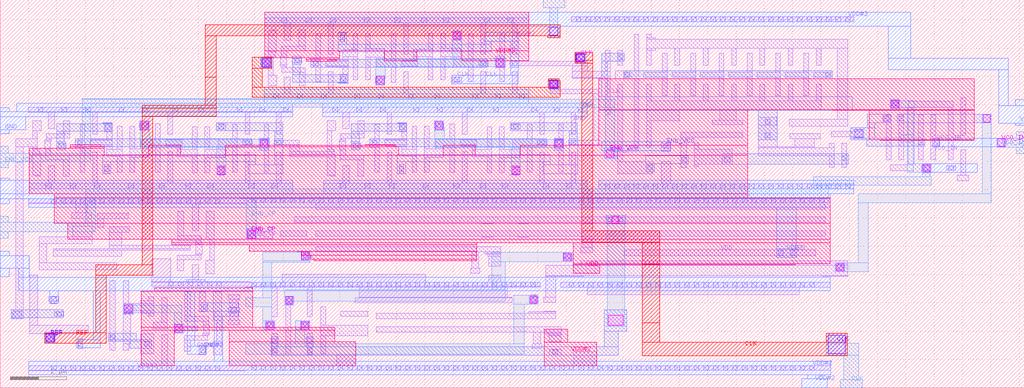
<source format=lef>
VERSION 5.7 ;
  NOWIREEXTENSIONATPIN ON ;
  DIVIDERCHAR "/" ;
  BUSBITCHARS "[]" ;
MACRO PLL
  CLASS CORE ;
  FOREIGN PLL ;
  ORIGIN 0.000 0.000 ;
  SIZE 36.180 BY 13.710 ;
  SITE unithddb1 ;
  PIN GND
    DIRECTION INOUT ;
    USE GROUND ;
    PORT
      LAYER li1 ;
        RECT 10.030 10.380 10.250 10.970 ;
        RECT 11.590 10.380 11.760 11.170 ;
        RECT 14.250 10.380 14.420 11.160 ;
        RECT 16.980 10.380 17.150 11.170 ;
        RECT 18.090 10.380 18.260 11.170 ;
        RECT 9.320 10.210 18.670 10.380 ;
        RECT 0.990 9.740 10.340 9.910 ;
        RECT 11.400 9.740 20.750 9.910 ;
        RECT 1.700 9.150 1.920 9.740 ;
        RECT 3.260 8.950 3.430 9.740 ;
        RECT 5.920 8.960 6.090 9.740 ;
        RECT 8.650 8.950 8.820 9.740 ;
        RECT 9.760 8.950 9.930 9.740 ;
        RECT 12.110 9.150 12.330 9.740 ;
        RECT 13.670 8.950 13.840 9.740 ;
        RECT 16.330 8.960 16.500 9.740 ;
        RECT 19.060 8.950 19.230 9.740 ;
        RECT 20.170 8.950 20.340 9.740 ;
      LAYER mcon ;
        RECT 9.670 10.210 9.840 10.380 ;
        RECT 10.510 10.210 10.680 10.380 ;
        RECT 11.350 10.210 11.520 10.380 ;
        RECT 12.530 10.210 12.700 10.380 ;
        RECT 13.370 10.210 13.540 10.380 ;
        RECT 14.430 10.210 14.600 10.380 ;
        RECT 15.350 10.210 15.520 10.380 ;
        RECT 16.700 10.210 16.870 10.380 ;
        RECT 17.500 10.210 17.670 10.380 ;
        RECT 18.340 10.210 18.510 10.380 ;
        RECT 1.340 9.740 1.510 9.910 ;
        RECT 2.180 9.740 2.350 9.910 ;
        RECT 3.020 9.740 3.190 9.910 ;
        RECT 4.200 9.740 4.370 9.910 ;
        RECT 5.040 9.740 5.210 9.910 ;
        RECT 6.100 9.740 6.270 9.910 ;
        RECT 7.020 9.740 7.190 9.910 ;
        RECT 8.370 9.740 8.540 9.910 ;
        RECT 9.170 9.740 9.340 9.910 ;
        RECT 10.010 9.740 10.180 9.910 ;
        RECT 11.750 9.740 11.920 9.910 ;
        RECT 12.590 9.740 12.760 9.910 ;
        RECT 13.430 9.740 13.600 9.910 ;
        RECT 14.610 9.740 14.780 9.910 ;
        RECT 15.450 9.740 15.620 9.910 ;
        RECT 16.510 9.740 16.680 9.910 ;
        RECT 17.430 9.740 17.600 9.910 ;
        RECT 18.780 9.740 18.950 9.910 ;
        RECT 19.580 9.740 19.750 9.910 ;
        RECT 20.420 9.740 20.590 9.910 ;
      LAYER met1 ;
        RECT 9.320 10.060 18.670 10.540 ;
        RECT 0.000 9.750 0.310 9.890 ;
        RECT 0.590 9.750 10.340 10.060 ;
        RECT 0.000 9.580 10.340 9.750 ;
        RECT 11.400 9.580 20.750 10.060 ;
        RECT 0.000 9.120 0.900 9.580 ;
        RECT 0.000 8.980 0.310 9.120 ;
    END
  END GND
  PIN VDD
    DIRECTION INOUT ;
    USE POWER ;
    PORT
      LAYER nwell ;
        RECT 21.140 9.820 34.410 10.910 ;
        RECT 2.480 8.510 3.550 8.580 ;
        RECT 2.480 8.460 3.670 8.510 ;
        RECT 1.020 8.220 3.670 8.460 ;
        RECT 5.240 8.220 6.380 8.570 ;
        RECT 1.020 8.210 6.380 8.220 ;
        RECT 7.970 8.560 11.450 8.570 ;
        RECT 12.890 8.560 13.960 8.580 ;
        RECT 21.140 8.570 26.420 9.820 ;
        RECT 29.420 9.810 34.410 9.820 ;
        RECT 30.710 8.760 34.410 9.810 ;
        RECT 31.070 8.750 34.410 8.760 ;
        RECT 7.970 8.510 13.960 8.560 ;
        RECT 7.970 8.220 14.080 8.510 ;
        RECT 15.650 8.220 16.790 8.570 ;
        RECT 7.970 8.210 16.790 8.220 ;
        RECT 18.380 8.210 26.420 8.570 ;
        RECT 1.020 6.860 26.420 8.210 ;
        RECT 1.900 6.720 26.420 6.860 ;
        RECT 1.900 5.810 29.330 6.720 ;
        RECT 2.380 5.250 29.330 5.810 ;
        RECT 6.060 5.130 29.330 5.250 ;
        RECT 6.060 5.060 16.830 5.130 ;
        RECT 8.790 4.820 16.830 5.060 ;
        RECT 10.630 4.690 16.830 4.820 ;
        RECT 10.970 4.540 16.830 4.690 ;
        RECT 11.080 4.490 16.830 4.540 ;
        RECT 20.250 4.390 29.330 5.130 ;
        RECT 20.250 4.350 28.090 4.390 ;
        RECT 20.250 4.340 21.550 4.350 ;
        RECT 20.250 4.040 21.180 4.340 ;
      LAYER li1 ;
        RECT 33.940 8.930 34.110 10.240 ;
        RECT 1.700 7.230 1.930 7.840 ;
        RECT 3.260 7.230 3.430 8.330 ;
        RECT 5.920 7.230 6.090 8.340 ;
        RECT 8.650 7.230 8.820 8.330 ;
        RECT 9.760 7.230 9.930 8.330 ;
        RECT 12.110 7.230 12.340 7.840 ;
        RECT 13.670 7.230 13.840 8.330 ;
        RECT 16.330 7.230 16.500 8.340 ;
        RECT 19.060 7.230 19.230 8.330 ;
        RECT 20.170 7.230 20.340 8.330 ;
        RECT 1.020 7.040 10.340 7.230 ;
        RECT 11.430 7.040 20.750 7.230 ;
        RECT 23.360 7.210 23.700 7.990 ;
        RECT 21.140 7.040 30.160 7.210 ;
        RECT 8.470 6.680 29.330 6.700 ;
        RECT 1.010 6.530 29.330 6.680 ;
        RECT 1.010 6.510 8.680 6.530 ;
        RECT 2.660 6.180 3.080 6.510 ;
        RECT 2.520 5.970 3.230 6.180 ;
        RECT 6.780 5.540 7.010 6.510 ;
        RECT 11.150 6.310 29.150 6.530 ;
        RECT 22.050 4.660 28.820 4.870 ;
      LAYER mcon ;
        RECT 1.610 7.040 1.800 7.230 ;
        RECT 2.470 7.040 2.660 7.230 ;
        RECT 3.330 7.040 3.520 7.230 ;
        RECT 4.530 7.040 4.720 7.230 ;
        RECT 5.610 7.040 5.800 7.230 ;
        RECT 6.550 7.040 6.740 7.230 ;
        RECT 7.330 7.040 7.520 7.230 ;
        RECT 8.780 7.040 8.970 7.230 ;
        RECT 9.600 7.040 9.790 7.230 ;
        RECT 12.020 7.040 12.210 7.230 ;
        RECT 12.880 7.040 13.070 7.230 ;
        RECT 13.740 7.040 13.930 7.230 ;
        RECT 14.940 7.040 15.130 7.230 ;
        RECT 16.020 7.040 16.210 7.230 ;
        RECT 16.960 7.040 17.150 7.230 ;
        RECT 17.740 7.040 17.930 7.230 ;
        RECT 19.190 7.040 19.380 7.230 ;
        RECT 20.010 7.040 20.200 7.230 ;
        RECT 21.370 7.040 21.540 7.210 ;
        RECT 21.710 7.040 21.880 7.210 ;
        RECT 22.050 7.040 22.220 7.210 ;
        RECT 22.390 7.040 22.560 7.210 ;
        RECT 22.730 7.040 22.900 7.210 ;
        RECT 23.070 7.040 23.240 7.210 ;
        RECT 23.410 7.040 23.580 7.210 ;
        RECT 23.750 7.040 23.920 7.210 ;
        RECT 24.090 7.040 24.260 7.210 ;
        RECT 24.430 7.040 24.600 7.210 ;
        RECT 24.770 7.040 24.940 7.210 ;
        RECT 25.110 7.040 25.280 7.210 ;
        RECT 25.450 7.040 25.620 7.210 ;
        RECT 25.790 7.040 25.960 7.210 ;
        RECT 26.130 7.040 26.300 7.210 ;
        RECT 26.470 7.040 26.640 7.210 ;
        RECT 26.810 7.040 26.980 7.210 ;
        RECT 27.150 7.040 27.320 7.210 ;
        RECT 27.490 7.040 27.660 7.210 ;
        RECT 27.830 7.040 28.000 7.210 ;
        RECT 28.170 7.040 28.340 7.210 ;
        RECT 28.510 7.040 28.680 7.210 ;
        RECT 28.850 7.040 29.020 7.210 ;
        RECT 29.190 7.040 29.360 7.210 ;
        RECT 29.530 7.040 29.700 7.210 ;
        RECT 29.870 7.040 30.040 7.210 ;
        RECT 1.810 6.510 1.980 6.680 ;
        RECT 2.150 6.510 2.320 6.680 ;
        RECT 2.490 6.510 2.660 6.680 ;
        RECT 2.830 6.510 3.000 6.680 ;
        RECT 3.170 6.510 3.340 6.680 ;
        RECT 3.510 6.510 3.680 6.680 ;
        RECT 3.850 6.510 4.020 6.680 ;
        RECT 4.190 6.510 4.360 6.680 ;
        RECT 4.530 6.510 4.700 6.680 ;
        RECT 4.870 6.510 5.040 6.680 ;
        RECT 5.210 6.510 5.380 6.680 ;
        RECT 5.550 6.510 5.720 6.680 ;
        RECT 5.890 6.510 6.060 6.680 ;
        RECT 6.230 6.510 6.400 6.680 ;
        RECT 6.570 6.510 6.740 6.680 ;
        RECT 6.910 6.510 7.080 6.680 ;
        RECT 7.250 6.510 7.420 6.680 ;
        RECT 7.590 6.510 7.760 6.680 ;
        RECT 8.880 6.530 9.050 6.700 ;
        RECT 9.220 6.530 9.390 6.700 ;
        RECT 9.560 6.530 9.730 6.700 ;
        RECT 9.900 6.530 10.070 6.700 ;
        RECT 10.240 6.530 10.410 6.700 ;
        RECT 10.580 6.530 10.750 6.700 ;
        RECT 10.920 6.530 11.090 6.700 ;
        RECT 11.260 6.530 11.430 6.700 ;
        RECT 11.600 6.530 11.770 6.700 ;
        RECT 11.940 6.530 12.110 6.700 ;
        RECT 12.280 6.530 12.450 6.700 ;
        RECT 12.620 6.530 12.790 6.700 ;
        RECT 12.960 6.530 13.130 6.700 ;
        RECT 13.300 6.530 13.470 6.700 ;
        RECT 13.640 6.530 13.810 6.700 ;
        RECT 13.980 6.530 14.150 6.700 ;
        RECT 14.320 6.530 14.490 6.700 ;
        RECT 14.660 6.530 14.830 6.700 ;
        RECT 15.000 6.530 15.170 6.700 ;
        RECT 15.340 6.530 15.510 6.700 ;
        RECT 15.680 6.530 15.850 6.700 ;
        RECT 16.020 6.530 16.190 6.700 ;
        RECT 16.360 6.530 16.530 6.700 ;
        RECT 16.700 6.530 16.870 6.700 ;
        RECT 17.040 6.530 17.210 6.700 ;
        RECT 17.380 6.530 17.550 6.700 ;
        RECT 17.720 6.530 17.890 6.700 ;
        RECT 18.060 6.530 18.230 6.700 ;
        RECT 18.400 6.530 18.570 6.700 ;
        RECT 18.740 6.530 18.910 6.700 ;
        RECT 19.080 6.530 19.250 6.700 ;
        RECT 19.420 6.530 19.590 6.700 ;
        RECT 19.760 6.530 19.930 6.700 ;
        RECT 20.100 6.530 20.270 6.700 ;
        RECT 20.440 6.530 20.610 6.700 ;
        RECT 20.780 6.530 20.950 6.700 ;
        RECT 21.120 6.530 21.290 6.700 ;
        RECT 21.460 6.530 21.630 6.700 ;
        RECT 21.800 6.530 21.970 6.700 ;
        RECT 22.140 6.530 22.310 6.700 ;
        RECT 22.480 6.530 22.650 6.700 ;
        RECT 22.820 6.530 22.990 6.700 ;
        RECT 23.160 6.530 23.330 6.700 ;
        RECT 23.500 6.530 23.670 6.700 ;
        RECT 23.840 6.530 24.010 6.700 ;
        RECT 24.180 6.530 24.350 6.700 ;
        RECT 24.520 6.530 24.690 6.700 ;
        RECT 24.860 6.530 25.030 6.700 ;
        RECT 25.200 6.530 25.370 6.700 ;
        RECT 25.540 6.530 25.710 6.700 ;
        RECT 25.880 6.530 26.050 6.700 ;
        RECT 26.220 6.530 26.390 6.700 ;
        RECT 26.560 6.530 26.730 6.700 ;
        RECT 26.900 6.530 27.070 6.700 ;
        RECT 27.240 6.530 27.410 6.700 ;
        RECT 27.580 6.530 27.750 6.700 ;
        RECT 27.920 6.530 28.090 6.700 ;
        RECT 28.260 6.530 28.430 6.700 ;
        RECT 28.600 6.530 28.770 6.700 ;
        RECT 28.940 6.530 29.110 6.700 ;
        RECT 27.490 4.680 27.660 4.850 ;
        RECT 27.920 4.680 28.090 4.850 ;
      LAYER met1 ;
        RECT 0.000 7.340 0.310 7.410 ;
        RECT 0.000 6.860 10.340 7.340 ;
        RECT 11.430 7.030 20.750 7.340 ;
        RECT 21.140 7.030 30.160 7.340 ;
        RECT 11.430 6.860 30.160 7.030 ;
        RECT 0.000 6.670 29.330 6.860 ;
        RECT 0.000 6.500 0.320 6.670 ;
        RECT 1.010 6.380 29.330 6.670 ;
        RECT 27.430 4.920 28.130 6.380 ;
        RECT 27.430 4.620 28.150 4.920 ;
    END
  END VDD
  PIN ENb_CP
    DIRECTION INPUT ;
    USE SIGNAL ;
    ANTENNAGATEAREA 3.024000 ;
    PORT
      LAYER li1 ;
        RECT 31.440 9.940 31.770 10.110 ;
        RECT 32.570 7.660 32.900 7.870 ;
        RECT 33.440 7.680 33.770 7.850 ;
        RECT 8.740 5.520 9.100 5.610 ;
        RECT 8.740 5.510 9.610 5.520 ;
        RECT 8.740 5.270 9.630 5.510 ;
        RECT 8.740 5.260 9.610 5.270 ;
        RECT 8.740 5.250 9.100 5.260 ;
      LAYER mcon ;
        RECT 31.520 9.940 31.690 10.110 ;
        RECT 32.650 7.680 32.820 7.850 ;
        RECT 33.520 7.680 33.690 7.850 ;
        RECT 8.770 5.340 8.940 5.510 ;
      LAYER met1 ;
        RECT 31.450 9.860 31.770 10.180 ;
        RECT 32.580 7.910 32.900 7.920 ;
        RECT 32.580 7.610 34.530 7.910 ;
        RECT 32.580 7.600 32.900 7.610 ;
        RECT 8.690 5.250 9.040 5.610 ;
      LAYER via ;
        RECT 31.480 9.890 31.740 10.150 ;
        RECT 32.610 7.630 32.870 7.890 ;
        RECT 8.720 5.280 9.010 5.570 ;
      LAYER met2 ;
        RECT 31.450 10.140 31.770 10.180 ;
        RECT 31.450 9.890 32.300 10.140 ;
        RECT 31.450 9.860 31.770 9.890 ;
        RECT 32.050 8.940 32.300 9.890 ;
        RECT 31.820 8.700 32.300 8.940 ;
        RECT 32.050 7.910 32.300 8.700 ;
        RECT 32.580 7.910 32.900 7.920 ;
        RECT 32.050 7.610 32.900 7.910 ;
        RECT 32.580 7.600 32.900 7.610 ;
        RECT 32.590 7.450 32.870 7.600 ;
        RECT 28.720 7.150 32.890 7.450 ;
        RECT 28.720 7.030 29.250 7.150 ;
        RECT 3.020 6.710 29.250 7.030 ;
        RECT 0.000 5.840 0.280 6.060 ;
        RECT 3.020 5.840 3.350 6.710 ;
        RECT 0.000 5.520 3.350 5.840 ;
        RECT 0.000 5.290 0.280 5.520 ;
        RECT 8.690 5.250 9.040 6.710 ;
    END
  END ENb_CP
  PIN CLK
    DIRECTION OUTPUT ;
    USE SIGNAL ;
    ANTENNAGATEAREA 0.351000 ;
    ANTENNADIFFAREA 0.469800 ;
    PORT
      LAYER li1 ;
        RECT 12.010 12.220 12.180 12.560 ;
        RECT 20.300 11.770 20.680 11.850 ;
        RECT 20.300 11.540 20.690 11.770 ;
        RECT 18.010 11.370 20.760 11.540 ;
        RECT 20.210 11.180 20.760 11.370 ;
        RECT 21.380 11.180 21.550 11.930 ;
        RECT 15.970 10.800 16.300 10.980 ;
        RECT 20.210 10.950 21.550 11.180 ;
        RECT 20.210 10.940 21.210 10.950 ;
        RECT 21.380 9.650 21.550 10.950 ;
      LAYER mcon ;
        RECT 12.010 12.300 12.180 12.470 ;
        RECT 20.420 11.570 20.590 11.740 ;
        RECT 18.090 11.370 18.260 11.540 ;
        RECT 16.050 10.810 16.220 10.980 ;
      LAYER met1 ;
        RECT 11.950 12.550 12.230 12.560 ;
        RECT 11.950 12.130 12.240 12.550 ;
        RECT 17.100 12.240 18.320 12.560 ;
        RECT 17.100 12.130 17.350 12.240 ;
        RECT 11.950 11.880 17.350 12.130 ;
        RECT 18.030 11.330 18.320 12.240 ;
        RECT 20.340 11.500 20.660 11.820 ;
        RECT 18.030 11.040 18.310 11.330 ;
        RECT 15.960 10.750 18.310 11.040 ;
      LAYER via ;
        RECT 20.370 11.530 20.630 11.790 ;
      LAYER met2 ;
        RECT 20.310 11.470 20.690 11.850 ;
        RECT 29.190 1.570 29.920 1.920 ;
        RECT 29.190 1.140 30.340 1.570 ;
        RECT 29.810 0.280 30.340 1.140 ;
        RECT 29.690 0.000 30.460 0.280 ;
      LAYER via2 ;
        RECT 20.360 11.520 20.640 11.800 ;
        RECT 29.250 1.200 29.850 1.860 ;
      LAYER met3 ;
        RECT 20.310 11.570 20.930 11.850 ;
        RECT 20.310 11.470 20.940 11.570 ;
        RECT 20.550 5.550 20.940 11.470 ;
        RECT 20.550 5.540 22.930 5.550 ;
        RECT 20.550 5.140 23.300 5.540 ;
        RECT 22.680 4.370 23.300 5.140 ;
        RECT 22.680 2.300 23.310 4.370 ;
        RECT 22.690 1.610 23.310 2.300 ;
        RECT 29.190 1.610 29.920 1.920 ;
        RECT 22.690 1.130 29.920 1.610 ;
    END
  END CLK
  PIN ENb_VCO
    DIRECTION INPUT ;
    USE SIGNAL ;
    ANTENNAGATEAREA 0.063000 ;
    PORT
      LAYER li1 ;
        RECT 23.350 8.360 23.700 8.700 ;
      LAYER mcon ;
        RECT 23.440 8.460 23.610 8.630 ;
      LAYER met1 ;
        RECT 21.260 8.380 23.670 8.690 ;
        RECT 21.360 8.100 21.800 8.380 ;
      LAYER via ;
        RECT 21.410 8.150 21.670 8.410 ;
      LAYER met2 ;
        RECT 2.890 10.200 19.740 10.210 ;
        RECT 2.890 9.920 21.720 10.200 ;
        RECT 0.000 8.280 0.280 8.540 ;
        RECT 2.890 8.280 3.200 9.920 ;
        RECT 18.040 9.910 21.720 9.920 ;
        RECT 21.380 8.460 21.720 9.910 ;
        RECT 0.000 7.990 3.200 8.280 ;
        RECT 21.360 8.090 21.720 8.460 ;
        RECT 0.000 7.770 0.280 7.990 ;
    END
  END ENb_VCO
  PIN GND#2
    DIRECTION INOUT ;
    USE GROUND ;
    PORT
      LAYER li1 ;
        RECT 5.350 3.750 6.020 4.560 ;
        RECT 6.790 3.820 7.010 4.340 ;
        RECT 6.570 3.750 7.240 3.820 ;
        RECT 5.350 3.730 8.850 3.750 ;
        RECT 9.970 3.730 15.040 4.010 ;
        RECT 17.270 3.730 17.690 3.980 ;
        RECT 5.350 3.580 19.080 3.730 ;
        RECT 8.680 3.560 19.080 3.580 ;
        RECT 19.810 3.560 29.330 3.730 ;
        RECT 1.790 3.220 2.000 3.240 ;
        RECT 1.710 3.050 2.070 3.220 ;
        RECT 1.790 2.970 2.000 3.050 ;
        RECT 9.600 2.500 9.790 3.560 ;
        RECT 10.840 2.500 11.030 3.560 ;
        RECT 12.680 3.190 17.920 3.560 ;
        RECT 20.750 3.280 28.240 3.560 ;
        RECT 12.680 3.180 18.090 3.190 ;
        RECT 12.550 3.010 18.090 3.180 ;
        RECT 13.290 3.000 18.090 3.010 ;
        RECT 2.740 1.380 2.920 1.740 ;
        RECT 7.040 1.160 7.260 1.490 ;
      LAYER mcon ;
        RECT 5.950 3.580 6.120 3.750 ;
        RECT 6.290 3.580 6.460 3.750 ;
        RECT 6.630 3.580 6.800 3.750 ;
        RECT 6.970 3.580 7.140 3.750 ;
        RECT 7.310 3.580 7.480 3.750 ;
        RECT 7.650 3.580 7.820 3.750 ;
        RECT 8.880 3.560 9.050 3.730 ;
        RECT 9.220 3.560 9.390 3.730 ;
        RECT 9.560 3.560 9.730 3.730 ;
        RECT 9.900 3.560 10.070 3.730 ;
        RECT 10.240 3.560 10.410 3.730 ;
        RECT 10.580 3.560 10.750 3.730 ;
        RECT 10.920 3.560 11.090 3.730 ;
        RECT 11.260 3.560 11.430 3.730 ;
        RECT 11.600 3.560 11.770 3.730 ;
        RECT 11.940 3.560 12.110 3.730 ;
        RECT 12.280 3.560 12.450 3.730 ;
        RECT 12.620 3.560 12.790 3.730 ;
        RECT 12.960 3.560 13.130 3.730 ;
        RECT 13.300 3.560 13.470 3.730 ;
        RECT 13.640 3.560 13.810 3.730 ;
        RECT 13.980 3.560 14.150 3.730 ;
        RECT 14.320 3.560 14.490 3.730 ;
        RECT 14.660 3.560 14.830 3.730 ;
        RECT 15.000 3.560 15.170 3.730 ;
        RECT 15.340 3.560 15.510 3.730 ;
        RECT 15.680 3.560 15.850 3.730 ;
        RECT 16.020 3.560 16.190 3.730 ;
        RECT 16.360 3.560 16.530 3.730 ;
        RECT 16.700 3.560 16.870 3.730 ;
        RECT 17.040 3.560 17.210 3.730 ;
        RECT 17.380 3.560 17.550 3.730 ;
        RECT 17.720 3.560 17.890 3.730 ;
        RECT 18.060 3.560 18.230 3.730 ;
        RECT 18.400 3.560 18.570 3.730 ;
        RECT 18.740 3.560 18.910 3.730 ;
        RECT 20.100 3.560 20.270 3.730 ;
        RECT 20.440 3.560 20.610 3.730 ;
        RECT 20.780 3.560 20.950 3.730 ;
        RECT 21.120 3.560 21.290 3.730 ;
        RECT 21.460 3.560 21.630 3.730 ;
        RECT 21.800 3.560 21.970 3.730 ;
        RECT 22.140 3.560 22.310 3.730 ;
        RECT 22.480 3.560 22.650 3.730 ;
        RECT 22.820 3.560 22.990 3.730 ;
        RECT 23.160 3.560 23.330 3.730 ;
        RECT 23.500 3.560 23.670 3.730 ;
        RECT 23.840 3.560 24.010 3.730 ;
        RECT 24.180 3.560 24.350 3.730 ;
        RECT 24.520 3.560 24.690 3.730 ;
        RECT 24.860 3.560 25.030 3.730 ;
        RECT 25.200 3.560 25.370 3.730 ;
        RECT 25.540 3.560 25.710 3.730 ;
        RECT 25.880 3.560 26.050 3.730 ;
        RECT 26.220 3.560 26.390 3.730 ;
        RECT 26.560 3.560 26.730 3.730 ;
        RECT 26.900 3.560 27.070 3.730 ;
        RECT 27.240 3.560 27.410 3.730 ;
        RECT 27.580 3.560 27.750 3.730 ;
        RECT 27.920 3.560 28.090 3.730 ;
        RECT 28.260 3.560 28.430 3.730 ;
        RECT 28.600 3.560 28.770 3.730 ;
        RECT 1.810 3.050 1.980 3.220 ;
        RECT 2.750 1.470 2.920 1.640 ;
        RECT 7.080 1.240 7.250 1.410 ;
      LAYER met1 ;
        RECT 0.000 4.660 0.310 4.830 ;
        RECT 0.000 4.230 1.020 4.660 ;
        RECT 0.000 3.920 0.310 4.230 ;
        RECT 0.650 3.900 1.020 4.230 ;
        RECT 0.650 3.420 29.330 3.900 ;
        RECT 1.750 2.990 2.050 3.420 ;
        RECT 3.290 1.700 3.530 3.420 ;
        RECT 2.690 1.410 3.530 1.700 ;
        RECT 6.610 1.470 6.880 3.420 ;
        RECT 6.610 1.180 7.280 1.470 ;
    END
  END GND#2
  PIN VDD#2
    DIRECTION INOUT ;
    USE POWER ;
    PORT
      LAYER nwell ;
        RECT 7.780 3.530 8.930 3.540 ;
        RECT 5.440 3.410 8.930 3.530 ;
        RECT 4.980 2.140 8.930 3.410 ;
        RECT 4.980 2.030 11.820 2.140 ;
        RECT 4.980 0.770 6.150 2.030 ;
        RECT 8.090 1.630 11.820 2.030 ;
        RECT 8.090 0.780 12.570 1.630 ;
        RECT 19.220 1.610 20.060 2.060 ;
        RECT 19.220 0.770 21.080 1.610 ;
      LAYER li1 ;
        RECT 7.030 3.000 7.260 3.390 ;
        RECT 8.050 3.120 8.460 3.290 ;
        RECT 7.030 2.710 7.340 3.000 ;
        RECT 8.110 2.830 8.410 3.120 ;
        RECT 7.030 2.690 7.260 2.710 ;
        RECT 8.050 2.660 8.460 2.830 ;
        RECT 8.110 2.390 8.410 2.660 ;
        RECT 8.050 2.220 8.460 2.390 ;
        RECT 5.700 0.770 5.910 1.880 ;
        RECT 11.890 0.780 12.570 1.190 ;
        RECT 20.270 0.780 21.080 1.280 ;
        RECT 8.470 0.770 29.340 0.780 ;
        RECT 1.010 0.610 29.340 0.770 ;
        RECT 1.010 0.600 8.680 0.610 ;
      LAYER mcon ;
        RECT 7.170 2.770 7.340 2.940 ;
        RECT 8.150 2.640 8.360 2.850 ;
        RECT 1.810 0.600 1.980 0.770 ;
        RECT 2.150 0.600 2.320 0.770 ;
        RECT 2.490 0.600 2.660 0.770 ;
        RECT 2.830 0.600 3.000 0.770 ;
        RECT 3.170 0.600 3.340 0.770 ;
        RECT 3.510 0.600 3.680 0.770 ;
        RECT 3.850 0.600 4.020 0.770 ;
        RECT 4.190 0.600 4.360 0.770 ;
        RECT 4.530 0.600 4.700 0.770 ;
        RECT 4.870 0.600 5.040 0.770 ;
        RECT 5.210 0.600 5.380 0.770 ;
        RECT 5.550 0.600 5.720 0.770 ;
        RECT 5.890 0.600 6.060 0.770 ;
        RECT 6.230 0.600 6.400 0.770 ;
        RECT 6.570 0.600 6.740 0.770 ;
        RECT 6.910 0.600 7.080 0.770 ;
        RECT 7.250 0.600 7.420 0.770 ;
        RECT 7.590 0.600 7.760 0.770 ;
        RECT 8.880 0.610 9.050 0.780 ;
        RECT 9.220 0.610 9.390 0.780 ;
        RECT 9.560 0.610 9.730 0.780 ;
        RECT 9.900 0.610 10.070 0.780 ;
        RECT 10.240 0.610 10.410 0.780 ;
        RECT 10.580 0.610 10.750 0.780 ;
        RECT 10.920 0.610 11.090 0.780 ;
        RECT 11.260 0.610 11.430 0.780 ;
        RECT 11.600 0.610 11.770 0.780 ;
        RECT 11.940 0.610 12.110 0.780 ;
        RECT 12.280 0.610 12.450 0.780 ;
        RECT 12.620 0.610 12.790 0.780 ;
        RECT 12.960 0.610 13.130 0.780 ;
        RECT 13.300 0.610 13.470 0.780 ;
        RECT 13.640 0.610 13.810 0.780 ;
        RECT 13.980 0.610 14.150 0.780 ;
        RECT 14.320 0.610 14.490 0.780 ;
        RECT 14.660 0.610 14.830 0.780 ;
        RECT 15.000 0.610 15.170 0.780 ;
        RECT 15.340 0.610 15.510 0.780 ;
        RECT 15.680 0.610 15.850 0.780 ;
        RECT 16.020 0.610 16.190 0.780 ;
        RECT 16.360 0.610 16.530 0.780 ;
        RECT 16.700 0.610 16.870 0.780 ;
        RECT 17.040 0.610 17.210 0.780 ;
        RECT 17.380 0.610 17.550 0.780 ;
        RECT 17.720 0.610 17.890 0.780 ;
        RECT 18.060 0.610 18.230 0.780 ;
        RECT 18.400 0.610 18.570 0.780 ;
        RECT 18.740 0.610 18.910 0.780 ;
        RECT 19.080 0.610 19.250 0.780 ;
        RECT 19.420 0.610 19.590 0.780 ;
        RECT 19.760 0.610 19.930 0.780 ;
        RECT 20.100 0.610 20.270 0.780 ;
        RECT 20.440 0.610 20.610 0.780 ;
        RECT 20.780 0.610 20.950 0.780 ;
        RECT 21.120 0.610 21.290 0.780 ;
        RECT 21.460 0.610 21.630 0.780 ;
        RECT 21.800 0.610 21.970 0.780 ;
        RECT 22.140 0.610 22.310 0.780 ;
        RECT 22.480 0.610 22.650 0.780 ;
        RECT 22.820 0.610 22.990 0.780 ;
        RECT 23.160 0.610 23.330 0.780 ;
        RECT 23.500 0.610 23.670 0.780 ;
        RECT 23.840 0.610 24.010 0.780 ;
        RECT 24.180 0.610 24.350 0.780 ;
        RECT 24.520 0.610 24.690 0.780 ;
        RECT 24.860 0.610 25.030 0.780 ;
        RECT 25.200 0.610 25.370 0.780 ;
        RECT 25.540 0.610 25.710 0.780 ;
        RECT 25.880 0.610 26.050 0.780 ;
        RECT 26.220 0.610 26.390 0.780 ;
        RECT 26.560 0.610 26.730 0.780 ;
        RECT 26.900 0.610 27.070 0.780 ;
        RECT 27.240 0.610 27.410 0.780 ;
        RECT 27.580 0.610 27.750 0.780 ;
        RECT 27.920 0.610 28.090 0.780 ;
        RECT 28.260 0.610 28.430 0.780 ;
        RECT 28.600 0.610 28.770 0.780 ;
      LAYER met1 ;
        RECT 7.110 2.710 8.420 3.000 ;
        RECT 7.570 2.530 8.420 2.710 ;
        RECT 7.570 0.940 7.870 2.530 ;
        RECT 1.010 0.460 29.340 0.940 ;
        RECT 28.530 0.310 29.040 0.460 ;
        RECT 28.320 0.000 29.230 0.310 ;
    END
  END VDD#2
  PIN VCO_IN
    DIRECTION INPUT ;
    USE SIGNAL ;
    ANTENNADIFFAREA 0.313200 ;
    PORT
      LAYER li1 ;
        RECT 32.880 8.800 33.050 9.650 ;
        RECT 32.880 8.530 33.200 8.800 ;
        RECT 32.880 8.050 33.050 8.530 ;
      LAYER mcon ;
        RECT 33.010 8.570 33.180 8.740 ;
      LAYER met1 ;
        RECT 35.210 8.810 35.530 8.820 ;
        RECT 32.950 8.510 35.530 8.810 ;
        RECT 35.210 8.500 35.530 8.510 ;
      LAYER via ;
        RECT 35.240 8.530 35.500 8.790 ;
      LAYER met2 ;
        RECT 35.900 8.820 36.180 9.040 ;
        RECT 35.210 8.500 36.180 8.820 ;
        RECT 35.900 8.270 36.180 8.500 ;
    END
  END VCO_IN
  PIN VDD#3
    DIRECTION INOUT ;
    USE POWER ;
    PORT
      LAYER nwell ;
        RECT 9.350 11.910 18.670 13.260 ;
        RECT 9.350 11.900 14.710 11.910 ;
        RECT 9.350 11.660 12.000 11.900 ;
        RECT 10.810 11.610 12.000 11.660 ;
        RECT 10.810 11.540 11.880 11.610 ;
        RECT 13.570 11.550 14.710 11.900 ;
        RECT 16.300 11.550 18.670 11.910 ;
      LAYER li1 ;
        RECT 9.350 12.890 18.670 13.080 ;
        RECT 20.180 12.940 30.160 13.110 ;
        RECT 10.030 12.280 10.260 12.890 ;
        RECT 11.590 11.790 11.760 12.890 ;
        RECT 14.250 11.780 14.420 12.890 ;
        RECT 16.980 11.790 17.150 12.890 ;
        RECT 18.090 11.790 18.260 12.890 ;
      LAYER mcon ;
        RECT 9.940 12.890 10.130 13.080 ;
        RECT 10.800 12.890 10.990 13.080 ;
        RECT 11.660 12.890 11.850 13.080 ;
        RECT 12.860 12.890 13.050 13.080 ;
        RECT 13.940 12.890 14.130 13.080 ;
        RECT 14.880 12.890 15.070 13.080 ;
        RECT 15.660 12.890 15.850 13.080 ;
        RECT 17.110 12.890 17.300 13.080 ;
        RECT 17.930 12.890 18.120 13.080 ;
        RECT 20.350 12.940 20.520 13.110 ;
        RECT 20.690 12.940 20.860 13.110 ;
        RECT 21.030 12.940 21.200 13.110 ;
        RECT 21.370 12.940 21.540 13.110 ;
        RECT 21.710 12.940 21.880 13.110 ;
        RECT 22.050 12.940 22.220 13.110 ;
        RECT 22.390 12.940 22.560 13.110 ;
        RECT 22.730 12.940 22.900 13.110 ;
        RECT 23.070 12.940 23.240 13.110 ;
        RECT 23.410 12.940 23.580 13.110 ;
        RECT 23.750 12.940 23.920 13.110 ;
        RECT 24.090 12.940 24.260 13.110 ;
        RECT 24.430 12.940 24.600 13.110 ;
        RECT 24.770 12.940 24.940 13.110 ;
        RECT 25.110 12.940 25.280 13.110 ;
        RECT 25.450 12.940 25.620 13.110 ;
        RECT 25.790 12.940 25.960 13.110 ;
        RECT 26.130 12.940 26.300 13.110 ;
        RECT 26.470 12.940 26.640 13.110 ;
        RECT 26.810 12.940 26.980 13.110 ;
        RECT 27.150 12.940 27.320 13.110 ;
        RECT 27.490 12.940 27.660 13.110 ;
        RECT 27.830 12.940 28.000 13.110 ;
        RECT 28.170 12.940 28.340 13.110 ;
        RECT 28.510 12.940 28.680 13.110 ;
        RECT 28.850 12.940 29.020 13.110 ;
        RECT 29.190 12.940 29.360 13.110 ;
        RECT 29.530 12.940 29.700 13.110 ;
        RECT 29.870 12.940 30.040 13.110 ;
      LAYER met1 ;
        RECT 18.420 13.260 21.630 13.270 ;
        RECT 9.350 12.780 32.170 13.260 ;
        RECT 31.380 11.650 32.170 12.780 ;
        RECT 31.380 11.640 35.600 11.650 ;
        RECT 31.380 11.240 35.620 11.640 ;
        RECT 31.380 11.230 35.130 11.240 ;
        RECT 35.280 9.960 35.620 11.240 ;
        RECT 35.870 9.960 36.180 10.180 ;
        RECT 35.280 9.340 36.180 9.960 ;
        RECT 35.870 9.270 36.180 9.340 ;
    END
  END VDD#3
  PIN REF
    DIRECTION INPUT ;
    USE SIGNAL ;
    ANTENNAGATEAREA 0.879000 ;
    ANTENNADIFFAREA 0.214500 ;
    PORT
      LAYER li1 ;
        RECT 3.430 5.980 4.530 6.170 ;
        RECT 3.430 5.670 3.660 5.980 ;
        RECT 1.050 2.200 1.320 3.970 ;
        RECT 1.050 1.910 3.110 2.200 ;
        RECT 1.570 1.570 1.950 1.910 ;
      LAYER mcon ;
        RECT 1.680 1.670 1.850 1.840 ;
      LAYER met1 ;
        RECT 1.600 1.600 1.920 1.920 ;
      LAYER via ;
        RECT 1.630 1.630 1.890 1.890 ;
      LAYER met2 ;
        RECT 19.180 13.430 19.950 13.710 ;
        RECT 19.420 12.780 19.700 13.430 ;
        RECT 19.370 12.410 19.750 12.780 ;
        RECT 1.570 1.570 1.950 1.950 ;
      LAYER via2 ;
        RECT 19.420 12.450 19.700 12.730 ;
        RECT 1.620 1.620 1.900 1.900 ;
      LAYER met3 ;
        RECT 7.250 12.440 19.790 12.820 ;
        RECT 7.250 10.970 7.630 12.440 ;
        RECT 19.340 12.360 19.790 12.440 ;
        RECT 7.250 9.980 7.640 10.970 ;
        RECT 5.010 9.870 7.640 9.980 ;
        RECT 5.010 9.600 7.630 9.870 ;
        RECT 5.010 4.350 5.390 9.600 ;
        RECT 3.370 3.970 5.390 4.350 ;
        RECT 3.370 1.950 3.750 3.970 ;
        RECT 1.570 1.570 3.750 1.950 ;
    END
  END REF
  OBS
      LAYER li1 ;
        RECT 9.580 12.610 9.760 12.650 ;
        RECT 9.470 11.870 9.760 12.610 ;
        RECT 10.550 12.070 10.770 12.650 ;
        RECT 9.930 11.900 10.770 12.070 ;
        RECT 9.470 11.700 9.720 11.870 ;
        RECT 9.930 11.700 10.120 11.900 ;
        RECT 9.280 11.310 9.650 11.700 ;
        RECT 9.900 11.410 10.120 11.700 ;
        RECT 10.320 11.480 10.660 11.650 ;
        RECT 11.150 11.620 11.320 12.510 ;
        RECT 12.470 11.940 12.640 12.510 ;
        RECT 9.900 11.360 10.130 11.410 ;
        RECT 9.950 11.310 10.130 11.360 ;
        RECT 10.980 11.320 11.320 11.620 ;
        RECT 12.100 11.690 12.640 11.940 ;
        RECT 11.550 11.580 11.880 11.590 ;
        RECT 12.100 11.580 12.290 11.690 ;
        RECT 11.550 11.540 12.290 11.580 ;
        RECT 11.510 11.370 12.290 11.540 ;
        RECT 11.550 11.340 12.290 11.370 ;
        RECT 9.470 11.040 9.640 11.310 ;
        RECT 9.950 11.140 10.780 11.310 ;
        RECT 9.470 10.680 9.770 11.040 ;
        RECT 10.560 10.680 10.780 11.140 ;
        RECT 11.150 10.810 11.320 11.320 ;
        RECT 12.100 11.070 12.290 11.340 ;
        RECT 12.010 10.760 12.290 11.070 ;
        RECT 12.470 10.880 12.640 11.690 ;
        RECT 12.910 11.970 13.080 12.510 ;
        RECT 12.910 11.680 13.580 11.970 ;
        RECT 12.910 10.880 13.080 11.680 ;
        RECT 13.300 11.620 13.580 11.680 ;
        RECT 13.810 11.620 13.980 12.500 ;
        RECT 15.120 11.960 15.290 12.520 ;
        RECT 13.300 11.330 13.980 11.620 ;
        RECT 14.590 11.690 15.290 11.960 ;
        RECT 14.590 11.600 14.760 11.690 ;
        RECT 14.550 11.580 14.760 11.600 ;
        RECT 14.210 11.530 14.760 11.580 ;
        RECT 14.170 11.360 14.760 11.530 ;
        RECT 14.210 11.330 14.760 11.360 ;
        RECT 13.250 10.770 13.580 10.940 ;
        RECT 13.810 10.800 13.980 11.330 ;
        RECT 15.120 10.890 15.290 11.690 ;
        RECT 15.560 11.990 15.730 12.520 ;
        RECT 16.060 12.280 16.230 12.610 ;
        RECT 15.560 11.690 16.280 11.990 ;
        RECT 15.560 10.890 15.730 11.690 ;
        RECT 16.030 11.630 16.280 11.690 ;
        RECT 16.540 11.630 16.710 12.510 ;
        RECT 16.030 11.330 16.710 11.630 ;
        RECT 17.650 11.620 17.820 12.510 ;
        RECT 16.900 11.370 17.240 11.540 ;
        RECT 16.540 10.810 16.710 11.330 ;
        RECT 17.520 11.320 17.820 11.620 ;
        RECT 21.820 11.390 21.990 11.930 ;
        RECT 17.650 10.810 17.820 11.320 ;
        RECT 22.400 11.210 22.570 12.490 ;
        RECT 22.840 12.360 23.010 12.490 ;
        RECT 22.840 12.310 23.160 12.360 ;
        RECT 22.840 11.990 29.950 12.310 ;
        RECT 22.840 11.930 23.160 11.990 ;
        RECT 22.840 11.400 23.010 11.930 ;
        RECT 21.730 10.920 22.570 11.210 ;
        RECT 23.400 11.150 23.570 11.820 ;
        RECT 23.840 11.400 24.010 11.990 ;
        RECT 24.400 11.150 24.570 11.820 ;
        RECT 24.840 11.400 25.010 11.990 ;
        RECT 25.400 11.150 25.570 11.820 ;
        RECT 25.840 11.400 26.010 11.990 ;
        RECT 26.400 11.150 26.570 11.820 ;
        RECT 26.840 11.400 27.010 11.990 ;
        RECT 27.400 11.150 27.570 11.820 ;
        RECT 27.840 11.400 28.010 11.990 ;
        RECT 28.400 11.150 28.570 11.820 ;
        RECT 28.840 11.400 29.010 11.990 ;
        RECT 22.740 10.980 23.570 11.150 ;
        RECT 23.740 10.980 24.570 11.150 ;
        RECT 24.740 10.980 25.570 11.150 ;
        RECT 25.740 10.980 26.570 11.150 ;
        RECT 26.740 10.980 27.570 11.150 ;
        RECT 27.740 10.980 28.570 11.150 ;
        RECT 28.740 10.980 29.340 11.150 ;
        RECT 19.440 10.550 19.790 10.840 ;
        RECT 19.440 10.380 21.140 10.550 ;
        RECT 1.140 9.080 1.440 9.440 ;
        RECT 1.140 8.800 1.310 9.080 ;
        RECT 2.230 8.980 2.450 9.440 ;
        RECT 0.540 8.520 1.310 8.800 ;
        RECT 1.620 8.810 2.450 8.980 ;
        RECT 1.620 8.760 1.800 8.810 ;
        RECT 2.820 8.800 2.990 9.310 ;
        RECT 3.680 9.050 3.960 9.360 ;
        RECT 0.540 2.750 0.820 8.520 ;
        RECT 1.140 8.420 1.310 8.520 ;
        RECT 1.570 8.710 1.800 8.760 ;
        RECT 1.570 8.420 1.790 8.710 ;
        RECT 1.990 8.470 2.330 8.640 ;
        RECT 2.650 8.500 2.990 8.800 ;
        RECT 3.770 8.780 3.960 9.050 ;
        RECT 3.220 8.750 3.960 8.780 ;
        RECT 3.180 8.580 3.960 8.750 ;
        RECT 3.220 8.540 3.960 8.580 ;
        RECT 3.220 8.530 3.550 8.540 ;
        RECT 1.140 8.250 1.390 8.420 ;
        RECT 1.140 7.510 1.430 8.250 ;
        RECT 1.600 8.220 1.790 8.420 ;
        RECT 1.600 8.050 2.440 8.220 ;
        RECT 1.250 7.470 1.430 7.510 ;
        RECT 2.220 7.470 2.440 8.050 ;
        RECT 2.820 7.610 2.990 8.500 ;
        RECT 3.770 8.430 3.960 8.540 ;
        RECT 4.140 8.430 4.310 9.240 ;
        RECT 3.770 8.180 4.310 8.430 ;
        RECT 3.680 7.560 3.850 7.900 ;
        RECT 4.140 7.610 4.310 8.180 ;
        RECT 4.580 8.440 4.750 9.240 ;
        RECT 4.920 9.180 5.250 9.350 ;
        RECT 5.480 8.790 5.650 9.320 ;
        RECT 4.970 8.500 5.650 8.790 ;
        RECT 5.880 8.760 6.430 8.790 ;
        RECT 5.840 8.590 6.430 8.760 ;
        RECT 5.880 8.540 6.430 8.590 ;
        RECT 6.220 8.520 6.430 8.540 ;
        RECT 4.970 8.440 5.250 8.500 ;
        RECT 4.580 8.150 5.250 8.440 ;
        RECT 4.580 7.610 4.750 8.150 ;
        RECT 5.480 7.620 5.650 8.500 ;
        RECT 6.260 8.430 6.430 8.520 ;
        RECT 6.790 8.430 6.960 9.230 ;
        RECT 6.260 8.160 6.960 8.430 ;
        RECT 6.790 7.600 6.960 8.160 ;
        RECT 7.230 8.430 7.400 9.230 ;
        RECT 7.640 9.140 7.970 9.320 ;
        RECT 8.210 8.790 8.380 9.310 ;
        RECT 9.320 8.800 9.490 9.310 ;
        RECT 7.700 8.490 8.380 8.790 ;
        RECT 8.570 8.580 8.910 8.750 ;
        RECT 9.190 8.500 9.490 8.800 ;
        RECT 11.550 9.080 11.850 9.440 ;
        RECT 9.680 8.580 10.560 8.750 ;
        RECT 7.700 8.430 7.950 8.490 ;
        RECT 7.230 8.130 7.950 8.430 ;
        RECT 7.230 7.600 7.400 8.130 ;
        RECT 7.730 7.510 7.900 7.840 ;
        RECT 8.210 7.610 8.380 8.490 ;
        RECT 9.320 7.610 9.490 8.500 ;
        RECT 10.230 8.340 10.560 8.580 ;
        RECT 11.550 8.420 11.720 9.080 ;
        RECT 12.640 8.980 12.860 9.440 ;
        RECT 12.030 8.810 12.860 8.980 ;
        RECT 12.030 8.760 12.210 8.810 ;
        RECT 13.230 8.800 13.400 9.310 ;
        RECT 14.090 9.050 14.370 9.360 ;
        RECT 11.980 8.710 12.210 8.760 ;
        RECT 11.980 8.420 12.200 8.710 ;
        RECT 12.400 8.470 12.740 8.640 ;
        RECT 13.060 8.500 13.400 8.800 ;
        RECT 14.180 8.780 14.370 9.050 ;
        RECT 13.630 8.750 14.370 8.780 ;
        RECT 13.590 8.580 14.370 8.750 ;
        RECT 13.630 8.540 14.370 8.580 ;
        RECT 13.630 8.530 13.960 8.540 ;
        RECT 11.550 8.340 11.800 8.420 ;
        RECT 10.230 8.250 11.800 8.340 ;
        RECT 10.230 8.170 11.840 8.250 ;
        RECT 11.550 7.510 11.840 8.170 ;
        RECT 12.010 8.220 12.200 8.420 ;
        RECT 12.010 8.050 12.850 8.220 ;
        RECT 11.660 7.470 11.840 7.510 ;
        RECT 12.630 7.470 12.850 8.050 ;
        RECT 13.230 7.610 13.400 8.500 ;
        RECT 14.180 8.430 14.370 8.540 ;
        RECT 14.550 8.430 14.720 9.240 ;
        RECT 14.180 8.180 14.720 8.430 ;
        RECT 14.090 7.560 14.260 7.900 ;
        RECT 14.550 7.610 14.720 8.180 ;
        RECT 14.990 8.440 15.160 9.240 ;
        RECT 15.330 9.180 15.660 9.350 ;
        RECT 15.890 8.790 16.060 9.320 ;
        RECT 15.380 8.500 16.060 8.790 ;
        RECT 16.290 8.760 16.840 8.790 ;
        RECT 16.250 8.590 16.840 8.760 ;
        RECT 16.290 8.540 16.840 8.590 ;
        RECT 16.630 8.520 16.840 8.540 ;
        RECT 15.380 8.440 15.660 8.500 ;
        RECT 14.990 8.150 15.660 8.440 ;
        RECT 14.990 7.610 15.160 8.150 ;
        RECT 15.890 7.620 16.060 8.500 ;
        RECT 16.670 8.430 16.840 8.520 ;
        RECT 17.200 8.430 17.370 9.230 ;
        RECT 16.670 8.160 17.370 8.430 ;
        RECT 17.200 7.600 17.370 8.160 ;
        RECT 17.640 8.430 17.810 9.230 ;
        RECT 18.050 9.140 18.380 9.320 ;
        RECT 18.620 8.790 18.790 9.310 ;
        RECT 19.730 8.800 19.900 9.310 ;
        RECT 18.110 8.490 18.790 8.790 ;
        RECT 18.980 8.580 19.320 8.750 ;
        RECT 19.600 8.500 19.900 8.800 ;
        RECT 20.970 8.750 21.140 10.380 ;
        RECT 20.090 8.580 21.140 8.750 ;
        RECT 18.110 8.430 18.360 8.490 ;
        RECT 17.640 8.130 18.360 8.430 ;
        RECT 17.640 7.600 17.810 8.130 ;
        RECT 18.140 7.510 18.310 7.840 ;
        RECT 18.620 7.610 18.790 8.490 ;
        RECT 19.730 7.610 19.900 8.500 ;
        RECT 21.820 7.990 21.990 10.730 ;
        RECT 22.400 8.500 22.570 10.920 ;
        RECT 22.840 10.140 23.010 10.730 ;
        RECT 23.400 10.310 23.570 10.980 ;
        RECT 23.840 10.140 24.010 10.730 ;
        RECT 24.400 10.310 24.570 10.980 ;
        RECT 24.840 10.140 25.010 10.730 ;
        RECT 25.400 10.310 25.570 10.980 ;
        RECT 25.840 10.140 26.010 10.730 ;
        RECT 26.400 10.310 26.570 10.980 ;
        RECT 26.840 10.140 27.010 10.730 ;
        RECT 27.400 10.310 27.570 10.980 ;
        RECT 27.840 10.140 28.010 10.730 ;
        RECT 28.400 10.310 28.570 10.980 ;
        RECT 28.840 10.140 29.010 10.730 ;
        RECT 22.840 9.820 29.010 10.140 ;
        RECT 22.840 9.430 23.990 9.820 ;
        RECT 25.420 9.460 26.010 9.820 ;
        RECT 22.840 8.500 23.010 9.430 ;
        RECT 25.150 9.290 26.230 9.460 ;
        RECT 26.790 9.270 27.440 9.560 ;
        RECT 29.580 9.490 29.950 11.990 ;
        RECT 32.090 9.920 33.670 10.130 ;
        RECT 31.310 9.630 31.480 9.650 ;
        RECT 24.050 8.850 26.230 9.020 ;
        RECT 21.820 7.570 23.060 7.990 ;
        RECT 24.050 7.770 24.250 8.850 ;
        RECT 26.780 8.770 27.450 9.270 ;
        RECT 27.880 9.240 29.950 9.490 ;
        RECT 31.190 9.400 31.480 9.630 ;
        RECT 30.150 9.070 30.510 9.130 ;
        RECT 27.890 8.800 28.970 8.970 ;
        RECT 29.360 8.870 30.510 9.070 ;
        RECT 30.150 8.840 30.510 8.870 ;
        RECT 24.520 8.420 24.690 8.650 ;
        RECT 26.790 8.520 27.450 8.770 ;
        RECT 28.070 8.520 28.770 8.800 ;
        RECT 26.790 8.480 28.770 8.520 ;
        RECT 29.300 8.480 29.470 8.640 ;
        RECT 24.520 7.900 25.860 8.420 ;
        RECT 26.790 8.200 29.470 8.480 ;
        RECT 24.520 7.810 24.690 7.900 ;
        RECT 29.300 7.800 29.470 8.200 ;
        RECT 29.740 7.800 29.910 8.640 ;
        RECT 31.310 8.050 31.480 9.400 ;
        RECT 31.750 8.050 31.920 9.650 ;
        RECT 32.090 7.880 32.260 9.920 ;
        RECT 32.440 8.050 32.610 9.650 ;
        RECT 33.500 8.050 33.670 9.920 ;
        RECT 31.440 7.670 32.260 7.880 ;
        RECT 33.940 7.510 34.110 8.410 ;
        RECT 33.820 7.310 34.230 7.510 ;
        RECT 2.560 5.340 3.250 5.700 ;
        RECT 1.380 5.090 3.250 5.340 ;
        RECT 3.850 5.500 4.560 5.690 ;
        RECT 1.380 4.410 1.650 5.090 ;
        RECT 3.850 5.030 4.290 5.500 ;
        RECT 6.270 5.370 6.490 6.240 ;
        RECT 6.270 5.200 7.110 5.370 ;
        RECT 7.280 5.240 7.570 6.240 ;
        RECT 10.390 5.850 29.150 6.040 ;
        RECT 17.040 5.800 17.420 5.850 ;
        RECT 18.300 5.800 18.680 5.850 ;
        RECT 20.540 5.800 20.920 5.850 ;
        RECT 9.890 5.360 10.830 5.550 ;
        RECT 11.150 5.360 29.150 5.550 ;
        RECT 17.040 5.310 17.420 5.360 ;
        RECT 18.300 5.310 18.680 5.360 ;
        RECT 6.910 5.070 7.110 5.200 ;
        RECT 3.850 4.910 6.720 5.030 ;
        RECT 1.880 4.860 6.720 4.910 ;
        RECT 1.880 4.650 4.300 4.860 ;
        RECT 6.910 4.730 7.140 5.070 ;
        RECT 6.910 4.690 7.100 4.730 ;
        RECT 6.260 4.520 7.100 4.690 ;
        RECT 1.380 4.170 4.110 4.410 ;
        RECT 6.260 4.140 6.480 4.520 ;
        RECT 7.400 4.500 7.570 5.240 ;
        RECT 7.270 4.020 7.570 4.500 ;
        RECT 10.710 4.490 10.880 4.820 ;
        RECT 11.150 4.810 17.690 4.980 ;
        RECT 20.540 4.960 20.920 5.360 ;
        RECT 16.660 4.220 16.910 4.810 ;
        RECT 17.100 4.760 17.690 4.810 ;
        RECT 20.520 4.770 20.940 4.960 ;
        RECT 17.150 4.710 17.690 4.760 ;
        RECT 17.220 4.650 17.690 4.710 ;
        RECT 17.270 4.290 17.690 4.650 ;
        RECT 19.890 4.540 20.220 4.710 ;
        RECT 20.520 4.330 29.950 4.480 ;
        RECT 16.620 4.050 16.950 4.220 ;
        RECT 19.280 3.950 29.950 4.330 ;
        RECT 19.280 3.940 20.630 3.950 ;
        RECT 29.070 3.940 29.950 3.950 ;
        RECT 0.390 2.440 0.820 2.750 ;
        RECT 1.910 2.520 2.240 2.690 ;
        RECT 3.870 1.320 4.060 3.780 ;
        RECT 4.350 2.970 4.540 3.780 ;
        RECT 5.230 3.080 5.420 3.210 ;
        RECT 4.960 2.970 5.420 3.080 ;
        RECT 4.350 2.720 5.420 2.970 ;
        RECT 4.350 2.660 4.650 2.720 ;
        RECT 4.350 1.550 4.610 2.660 ;
        RECT 4.960 2.640 5.420 2.720 ;
        RECT 5.230 2.530 5.420 2.640 ;
        RECT 5.710 2.310 5.900 3.180 ;
        RECT 6.520 2.520 6.740 3.390 ;
        RECT 6.520 2.350 7.360 2.520 ;
        RECT 7.530 2.390 7.820 3.390 ;
        RECT 5.400 2.080 5.900 2.310 ;
        RECT 7.170 2.220 7.360 2.350 ;
        RECT 6.150 2.010 6.970 2.180 ;
        RECT 7.170 1.930 7.390 2.220 ;
        RECT 4.350 1.320 4.540 1.550 ;
        RECT 4.970 1.210 5.430 1.900 ;
        RECT 7.160 1.880 7.390 1.930 ;
        RECT 7.160 1.840 7.340 1.880 ;
        RECT 6.510 1.670 7.340 1.840 ;
        RECT 6.510 1.290 6.730 1.670 ;
        RECT 7.650 1.650 7.820 2.390 ;
        RECT 10.080 2.960 10.340 3.220 ;
        RECT 9.370 2.120 9.700 2.290 ;
        RECT 7.520 1.170 7.820 1.650 ;
        RECT 9.600 1.150 9.790 1.910 ;
        RECT 10.080 1.190 10.270 2.960 ;
        RECT 18.770 2.950 18.940 3.280 ;
        RECT 19.280 3.190 19.630 3.940 ;
        RECT 19.210 3.020 19.630 3.190 ;
        RECT 10.610 2.120 10.940 2.290 ;
        RECT 11.320 2.200 11.510 2.860 ;
        RECT 12.040 2.520 12.990 2.710 ;
        RECT 19.210 2.680 19.630 2.710 ;
        RECT 18.660 2.630 19.630 2.680 ;
        RECT 13.290 2.440 19.630 2.630 ;
        RECT 10.840 1.160 11.030 1.920 ;
        RECT 11.320 1.840 12.980 2.200 ;
        RECT 13.290 1.960 19.820 2.150 ;
        RECT 11.320 1.200 11.510 1.840 ;
        RECT 18.840 1.560 19.090 1.960 ;
        RECT 19.270 1.920 19.820 1.960 ;
        RECT 19.340 1.880 19.820 1.920 ;
        RECT 19.390 1.830 19.820 1.880 ;
        RECT 19.400 1.630 19.820 1.830 ;
        RECT 18.800 1.390 19.130 1.560 ;
        RECT 19.400 1.150 19.820 1.360 ;
      LAYER mcon ;
        RECT 9.320 11.400 9.490 11.570 ;
        RECT 10.400 11.480 10.570 11.650 ;
        RECT 11.060 11.380 11.230 11.550 ;
        RECT 12.040 10.830 12.210 11.000 ;
        RECT 13.330 10.770 13.500 10.940 ;
        RECT 16.060 12.350 16.230 12.530 ;
        RECT 16.980 11.370 17.150 11.540 ;
        RECT 17.590 11.380 17.760 11.550 ;
        RECT 21.820 11.590 21.990 11.760 ;
        RECT 22.070 10.980 22.240 11.150 ;
        RECT 29.170 10.980 29.340 11.150 ;
        RECT 19.480 10.640 19.650 10.810 ;
        RECT 3.710 9.120 3.880 9.290 ;
        RECT 2.070 8.470 2.240 8.640 ;
        RECT 2.730 8.570 2.900 8.740 ;
        RECT 3.680 7.650 3.850 7.820 ;
        RECT 5.000 9.180 5.170 9.350 ;
        RECT 7.720 9.140 7.890 9.310 ;
        RECT 8.650 8.580 8.820 8.750 ;
        RECT 9.260 8.570 9.430 8.740 ;
        RECT 9.760 8.580 9.930 8.750 ;
        RECT 7.730 7.590 7.900 7.770 ;
        RECT 14.120 9.120 14.290 9.290 ;
        RECT 12.480 8.470 12.650 8.640 ;
        RECT 13.140 8.570 13.310 8.740 ;
        RECT 14.090 7.650 14.260 7.820 ;
        RECT 15.410 9.180 15.580 9.350 ;
        RECT 18.130 9.140 18.300 9.310 ;
        RECT 19.060 8.580 19.230 8.750 ;
        RECT 19.670 8.570 19.840 8.740 ;
        RECT 20.170 8.580 20.340 8.750 ;
        RECT 18.140 7.590 18.310 7.770 ;
        RECT 27.040 9.310 27.210 9.480 ;
        RECT 31.220 9.430 31.390 9.600 ;
        RECT 27.040 8.840 27.210 9.010 ;
        RECT 30.190 8.860 30.480 9.110 ;
        RECT 22.880 7.700 23.050 7.870 ;
        RECT 24.080 7.970 24.250 8.140 ;
        RECT 25.580 7.960 25.800 8.160 ;
        RECT 29.740 8.030 29.910 8.200 ;
        RECT 31.750 9.430 31.920 9.600 ;
        RECT 32.440 8.590 32.610 8.760 ;
        RECT 21.480 5.860 21.650 6.030 ;
        RECT 21.820 5.860 21.990 6.030 ;
        RECT 10.710 4.570 10.880 4.740 ;
        RECT 19.970 4.540 20.140 4.710 ;
        RECT 29.580 4.170 29.750 4.340 ;
        RECT 0.450 2.480 0.760 2.700 ;
        RECT 1.990 2.520 2.160 2.690 ;
        RECT 3.880 1.700 4.050 1.870 ;
        RECT 4.440 2.690 4.610 2.860 ;
        RECT 6.210 2.010 6.380 2.180 ;
        RECT 5.100 1.460 5.270 1.630 ;
        RECT 10.130 3.000 10.300 3.170 ;
        RECT 18.770 3.030 18.940 3.200 ;
        RECT 9.450 2.120 9.620 2.290 ;
        RECT 9.610 1.570 9.780 1.740 ;
        RECT 9.610 1.230 9.780 1.400 ;
        RECT 10.690 2.120 10.860 2.290 ;
        RECT 10.850 1.580 11.020 1.750 ;
        RECT 10.850 1.240 11.020 1.410 ;
        RECT 19.530 1.180 19.700 1.350 ;
      LAYER met1 ;
        RECT 15.980 12.280 16.300 12.600 ;
        RECT 9.230 11.320 9.580 11.660 ;
        RECT 10.320 11.430 10.630 11.710 ;
        RECT 10.330 11.060 10.600 11.430 ;
        RECT 10.980 11.320 17.210 11.600 ;
        RECT 17.490 11.300 17.840 11.650 ;
        RECT 21.250 11.530 22.050 11.820 ;
        RECT 10.330 10.790 12.270 11.060 ;
        RECT 11.950 10.770 12.270 10.790 ;
        RECT 11.950 10.760 12.260 10.770 ;
        RECT 13.260 10.690 13.590 11.020 ;
        RECT 19.400 10.570 19.720 10.890 ;
        RECT 21.250 10.290 21.450 11.530 ;
        RECT 22.040 11.200 29.400 11.210 ;
        RECT 22.030 10.920 29.400 11.200 ;
        RECT 21.140 9.810 30.110 10.290 ;
        RECT 3.620 9.350 3.930 9.360 ;
        RECT 3.620 9.330 3.940 9.350 ;
        RECT 2.000 9.060 3.940 9.330 ;
        RECT 4.930 9.100 5.260 9.430 ;
        RECT 7.630 9.080 9.980 9.370 ;
        RECT 14.030 9.350 14.340 9.360 ;
        RECT 14.030 9.330 14.350 9.350 ;
        RECT 2.000 8.690 2.270 9.060 ;
        RECT 1.990 8.410 2.300 8.690 ;
        RECT 2.650 8.520 8.880 8.800 ;
        RECT 9.160 8.470 9.510 8.820 ;
        RECT 9.700 8.790 9.980 9.080 ;
        RECT 12.410 9.060 14.350 9.330 ;
        RECT 15.340 9.100 15.670 9.430 ;
        RECT 18.040 9.080 20.390 9.370 ;
        RECT 3.620 7.990 9.020 8.240 ;
        RECT 3.620 7.570 3.910 7.990 ;
        RECT 8.770 7.880 9.020 7.990 ;
        RECT 9.700 7.880 9.990 8.790 ;
        RECT 12.410 8.690 12.680 9.060 ;
        RECT 12.400 8.410 12.710 8.690 ;
        RECT 13.060 8.520 19.290 8.800 ;
        RECT 19.570 8.470 19.920 8.820 ;
        RECT 20.110 8.790 20.390 9.080 ;
        RECT 3.620 7.560 3.900 7.570 ;
        RECT 7.650 7.520 7.970 7.840 ;
        RECT 8.770 7.560 9.990 7.880 ;
        RECT 14.030 7.990 19.430 8.240 ;
        RECT 14.030 7.570 14.320 7.990 ;
        RECT 19.180 7.880 19.430 7.990 ;
        RECT 20.110 7.880 20.400 8.790 ;
        RECT 26.780 8.770 27.450 9.810 ;
        RECT 30.630 9.370 31.450 9.660 ;
        RECT 31.690 9.370 35.020 9.660 ;
        RECT 30.630 9.190 30.900 9.370 ;
        RECT 30.050 8.820 30.900 9.190 ;
        RECT 30.050 8.770 32.670 8.820 ;
        RECT 26.790 8.760 27.440 8.770 ;
        RECT 30.610 8.530 32.670 8.770 ;
        RECT 22.810 7.920 24.310 8.190 ;
        RECT 14.030 7.560 14.310 7.570 ;
        RECT 18.060 7.520 18.380 7.840 ;
        RECT 19.180 7.560 20.400 7.880 ;
        RECT 22.820 7.640 23.110 7.920 ;
        RECT 25.520 7.900 29.970 8.260 ;
        RECT 21.420 5.800 22.100 6.090 ;
        RECT 10.630 4.490 10.950 4.810 ;
        RECT 19.890 4.480 20.210 4.780 ;
        RECT 29.510 4.100 29.830 4.420 ;
        RECT 0.390 2.470 2.220 2.750 ;
        RECT 4.350 2.600 4.700 2.950 ;
        RECT 10.050 2.920 10.370 3.240 ;
        RECT 18.690 2.950 19.010 3.270 ;
        RECT 0.390 2.440 0.820 2.470 ;
        RECT 6.140 1.930 6.460 2.250 ;
        RECT 9.380 2.040 9.700 2.360 ;
        RECT 10.610 2.040 10.930 2.360 ;
        RECT 21.350 2.000 22.140 2.750 ;
        RECT 3.820 1.690 4.800 1.930 ;
        RECT 3.820 1.640 5.330 1.690 ;
        RECT 4.570 1.400 5.330 1.640 ;
        RECT 9.570 1.450 9.820 1.800 ;
        RECT 10.810 1.450 11.060 1.810 ;
        RECT 21.350 1.450 21.830 2.000 ;
        RECT 9.570 1.150 21.830 1.450 ;
      LAYER via ;
        RECT 16.010 12.310 16.270 12.570 ;
        RECT 9.260 11.350 9.540 11.630 ;
        RECT 17.530 11.350 17.790 11.610 ;
        RECT 13.290 10.720 13.560 10.990 ;
        RECT 19.430 10.600 19.690 10.860 ;
        RECT 4.960 9.130 5.230 9.400 ;
        RECT 9.200 8.510 9.460 8.770 ;
        RECT 15.370 9.130 15.640 9.400 ;
        RECT 19.610 8.510 19.870 8.770 ;
        RECT 7.680 7.550 7.940 7.810 ;
        RECT 34.730 9.390 34.990 9.650 ;
        RECT 18.090 7.550 18.350 7.810 ;
        RECT 21.600 5.800 21.860 6.060 ;
        RECT 10.660 4.520 10.920 4.780 ;
        RECT 19.920 4.490 20.180 4.750 ;
        RECT 29.540 4.130 29.800 4.390 ;
        RECT 10.080 2.950 10.340 3.210 ;
        RECT 18.720 2.980 18.980 3.240 ;
        RECT 4.380 2.630 4.670 2.920 ;
        RECT 6.170 1.960 6.430 2.220 ;
        RECT 9.410 2.070 9.670 2.330 ;
        RECT 10.640 2.070 10.900 2.330 ;
        RECT 21.480 2.200 22.020 2.560 ;
      LAYER met2 ;
        RECT 9.210 11.290 9.600 11.680 ;
        RECT 15.980 11.630 16.300 12.570 ;
        RECT 17.490 11.650 17.820 11.720 ;
        RECT 17.490 11.630 17.840 11.650 ;
        RECT 13.270 11.340 17.840 11.630 ;
        RECT 13.270 10.990 13.600 11.340 ;
        RECT 17.490 11.300 17.840 11.340 ;
        RECT 13.260 10.930 13.600 10.990 ;
        RECT 13.260 10.690 13.590 10.930 ;
        RECT 19.370 10.540 19.750 10.920 ;
        RECT 4.930 9.190 5.260 9.430 ;
        RECT 15.340 9.190 15.670 9.430 ;
        RECT 4.930 9.130 5.270 9.190 ;
        RECT 15.340 9.130 15.680 9.190 ;
        RECT 4.940 8.780 5.270 9.130 ;
        RECT 9.160 8.780 9.510 8.820 ;
        RECT 4.940 8.490 9.510 8.780 ;
        RECT 15.350 8.780 15.680 9.130 ;
        RECT 19.570 8.780 19.920 8.820 ;
        RECT 15.350 8.490 19.920 8.780 ;
        RECT 7.650 7.550 7.970 8.490 ;
        RECT 9.160 8.470 9.510 8.490 ;
        RECT 9.160 8.400 9.490 8.470 ;
        RECT 18.060 7.550 18.380 8.490 ;
        RECT 19.570 8.470 19.920 8.490 ;
        RECT 19.570 8.400 19.900 8.470 ;
        RECT 34.700 6.860 35.020 9.660 ;
        RECT 30.320 6.540 35.020 6.860 ;
        RECT 10.510 4.790 10.950 4.810 ;
        RECT 9.270 4.490 10.950 4.790 ;
        RECT 9.270 4.430 10.940 4.490 ;
        RECT 17.370 4.460 20.210 4.780 ;
        RECT 9.270 3.180 9.590 4.430 ;
        RECT 17.370 3.460 17.840 4.460 ;
        RECT 4.350 2.920 4.700 2.950 ;
        RECT 4.350 2.650 6.410 2.920 ;
        RECT 8.680 2.870 9.590 3.180 ;
        RECT 10.050 3.060 17.840 3.460 ;
        RECT 10.050 2.920 10.370 3.060 ;
        RECT 18.140 2.950 19.010 3.270 ;
        RECT 4.350 2.600 4.700 2.650 ;
        RECT 6.150 2.250 6.410 2.650 ;
        RECT 9.270 2.360 9.590 2.870 ;
        RECT 6.140 1.930 6.460 2.250 ;
        RECT 9.270 2.040 9.700 2.360 ;
        RECT 10.430 2.070 10.930 2.360 ;
        RECT 10.430 1.560 10.760 2.070 ;
        RECT 18.140 1.560 18.510 2.950 ;
        RECT 21.450 2.170 22.060 6.090 ;
        RECT 30.320 4.420 30.670 6.540 ;
        RECT 29.510 4.100 30.670 4.420 ;
        RECT 10.430 1.550 18.510 1.560 ;
        RECT 8.680 1.190 18.510 1.550 ;
      LAYER via2 ;
        RECT 9.260 11.340 9.540 11.620 ;
        RECT 19.420 10.590 19.700 10.870 ;
      LAYER met3 ;
        RECT 8.910 11.290 9.600 11.680 ;
        RECT 8.910 10.610 9.260 11.290 ;
        RECT 19.370 10.850 19.750 10.920 ;
        RECT 19.370 10.610 19.790 10.850 ;
        RECT 8.910 10.260 19.790 10.610 ;
  END
END PLL
END LIBRARY


</source>
